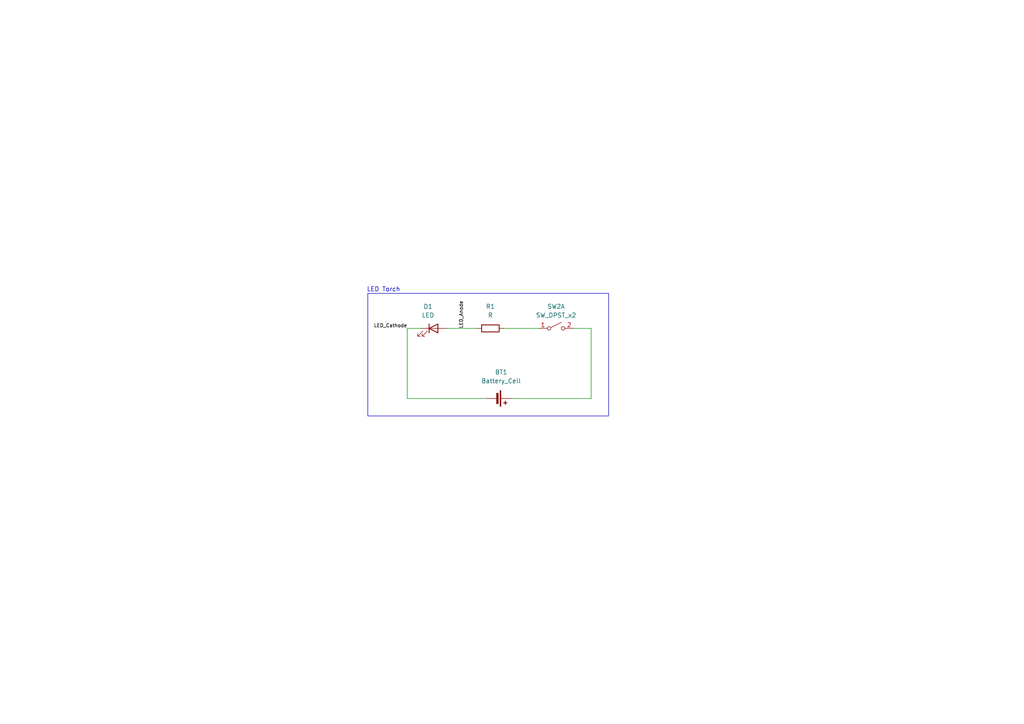
<source format=kicad_sch>
(kicad_sch
	(version 20231120)
	(generator "eeschema")
	(generator_version "8.0")
	(uuid "02f9ea2d-ce69-4009-9dcc-1389e960a6a9")
	(paper "A4")
	(title_block
		(title "LED Torch")
		(rev "1")
		(company "NS Electro")
	)
	(lib_symbols
		(symbol "Device:Battery_Cell"
			(pin_numbers hide)
			(pin_names
				(offset 0) hide)
			(exclude_from_sim no)
			(in_bom yes)
			(on_board yes)
			(property "Reference" "BT"
				(at 2.54 2.54 0)
				(effects
					(font
						(size 1.27 1.27)
					)
					(justify left)
				)
			)
			(property "Value" "Battery_Cell"
				(at 2.54 0 0)
				(effects
					(font
						(size 1.27 1.27)
					)
					(justify left)
				)
			)
			(property "Footprint" ""
				(at 0 1.524 90)
				(effects
					(font
						(size 1.27 1.27)
					)
					(hide yes)
				)
			)
			(property "Datasheet" "~"
				(at 0 1.524 90)
				(effects
					(font
						(size 1.27 1.27)
					)
					(hide yes)
				)
			)
			(property "Description" "Single-cell battery"
				(at 0 0 0)
				(effects
					(font
						(size 1.27 1.27)
					)
					(hide yes)
				)
			)
			(property "ki_keywords" "battery cell"
				(at 0 0 0)
				(effects
					(font
						(size 1.27 1.27)
					)
					(hide yes)
				)
			)
			(symbol "Battery_Cell_0_1"
				(rectangle
					(start -2.286 1.778)
					(end 2.286 1.524)
					(stroke
						(width 0)
						(type default)
					)
					(fill
						(type outline)
					)
				)
				(rectangle
					(start -1.524 1.016)
					(end 1.524 0.508)
					(stroke
						(width 0)
						(type default)
					)
					(fill
						(type outline)
					)
				)
				(polyline
					(pts
						(xy 0 0.762) (xy 0 0)
					)
					(stroke
						(width 0)
						(type default)
					)
					(fill
						(type none)
					)
				)
				(polyline
					(pts
						(xy 0 1.778) (xy 0 2.54)
					)
					(stroke
						(width 0)
						(type default)
					)
					(fill
						(type none)
					)
				)
				(polyline
					(pts
						(xy 0.762 3.048) (xy 1.778 3.048)
					)
					(stroke
						(width 0.254)
						(type default)
					)
					(fill
						(type none)
					)
				)
				(polyline
					(pts
						(xy 1.27 3.556) (xy 1.27 2.54)
					)
					(stroke
						(width 0.254)
						(type default)
					)
					(fill
						(type none)
					)
				)
			)
			(symbol "Battery_Cell_1_1"
				(pin passive line
					(at 0 5.08 270)
					(length 2.54)
					(name "+"
						(effects
							(font
								(size 1.27 1.27)
							)
						)
					)
					(number "1"
						(effects
							(font
								(size 1.27 1.27)
							)
						)
					)
				)
				(pin passive line
					(at 0 -2.54 90)
					(length 2.54)
					(name "-"
						(effects
							(font
								(size 1.27 1.27)
							)
						)
					)
					(number "2"
						(effects
							(font
								(size 1.27 1.27)
							)
						)
					)
				)
			)
		)
		(symbol "Device:LED"
			(pin_numbers hide)
			(pin_names
				(offset 1.016) hide)
			(exclude_from_sim no)
			(in_bom yes)
			(on_board yes)
			(property "Reference" "D"
				(at 0 2.54 0)
				(effects
					(font
						(size 1.27 1.27)
					)
				)
			)
			(property "Value" "LED"
				(at 0 -2.54 0)
				(effects
					(font
						(size 1.27 1.27)
					)
				)
			)
			(property "Footprint" ""
				(at 0 0 0)
				(effects
					(font
						(size 1.27 1.27)
					)
					(hide yes)
				)
			)
			(property "Datasheet" "~"
				(at 0 0 0)
				(effects
					(font
						(size 1.27 1.27)
					)
					(hide yes)
				)
			)
			(property "Description" "Light emitting diode"
				(at 0 0 0)
				(effects
					(font
						(size 1.27 1.27)
					)
					(hide yes)
				)
			)
			(property "ki_keywords" "LED diode"
				(at 0 0 0)
				(effects
					(font
						(size 1.27 1.27)
					)
					(hide yes)
				)
			)
			(property "ki_fp_filters" "LED* LED_SMD:* LED_THT:*"
				(at 0 0 0)
				(effects
					(font
						(size 1.27 1.27)
					)
					(hide yes)
				)
			)
			(symbol "LED_0_1"
				(polyline
					(pts
						(xy -1.27 -1.27) (xy -1.27 1.27)
					)
					(stroke
						(width 0.254)
						(type default)
					)
					(fill
						(type none)
					)
				)
				(polyline
					(pts
						(xy -1.27 0) (xy 1.27 0)
					)
					(stroke
						(width 0)
						(type default)
					)
					(fill
						(type none)
					)
				)
				(polyline
					(pts
						(xy 1.27 -1.27) (xy 1.27 1.27) (xy -1.27 0) (xy 1.27 -1.27)
					)
					(stroke
						(width 0.254)
						(type default)
					)
					(fill
						(type none)
					)
				)
				(polyline
					(pts
						(xy -3.048 -0.762) (xy -4.572 -2.286) (xy -3.81 -2.286) (xy -4.572 -2.286) (xy -4.572 -1.524)
					)
					(stroke
						(width 0)
						(type default)
					)
					(fill
						(type none)
					)
				)
				(polyline
					(pts
						(xy -1.778 -0.762) (xy -3.302 -2.286) (xy -2.54 -2.286) (xy -3.302 -2.286) (xy -3.302 -1.524)
					)
					(stroke
						(width 0)
						(type default)
					)
					(fill
						(type none)
					)
				)
			)
			(symbol "LED_1_1"
				(pin passive line
					(at -3.81 0 0)
					(length 2.54)
					(name "K"
						(effects
							(font
								(size 1.27 1.27)
							)
						)
					)
					(number "1"
						(effects
							(font
								(size 1.27 1.27)
							)
						)
					)
				)
				(pin passive line
					(at 3.81 0 180)
					(length 2.54)
					(name "A"
						(effects
							(font
								(size 1.27 1.27)
							)
						)
					)
					(number "2"
						(effects
							(font
								(size 1.27 1.27)
							)
						)
					)
				)
			)
		)
		(symbol "Device:R"
			(pin_numbers hide)
			(pin_names
				(offset 0)
			)
			(exclude_from_sim no)
			(in_bom yes)
			(on_board yes)
			(property "Reference" "R"
				(at 2.032 0 90)
				(effects
					(font
						(size 1.27 1.27)
					)
				)
			)
			(property "Value" "R"
				(at 0 0 90)
				(effects
					(font
						(size 1.27 1.27)
					)
				)
			)
			(property "Footprint" ""
				(at -1.778 0 90)
				(effects
					(font
						(size 1.27 1.27)
					)
					(hide yes)
				)
			)
			(property "Datasheet" "~"
				(at 0 0 0)
				(effects
					(font
						(size 1.27 1.27)
					)
					(hide yes)
				)
			)
			(property "Description" "Resistor"
				(at 0 0 0)
				(effects
					(font
						(size 1.27 1.27)
					)
					(hide yes)
				)
			)
			(property "ki_keywords" "R res resistor"
				(at 0 0 0)
				(effects
					(font
						(size 1.27 1.27)
					)
					(hide yes)
				)
			)
			(property "ki_fp_filters" "R_*"
				(at 0 0 0)
				(effects
					(font
						(size 1.27 1.27)
					)
					(hide yes)
				)
			)
			(symbol "R_0_1"
				(rectangle
					(start -1.016 -2.54)
					(end 1.016 2.54)
					(stroke
						(width 0.254)
						(type default)
					)
					(fill
						(type none)
					)
				)
			)
			(symbol "R_1_1"
				(pin passive line
					(at 0 3.81 270)
					(length 1.27)
					(name "~"
						(effects
							(font
								(size 1.27 1.27)
							)
						)
					)
					(number "1"
						(effects
							(font
								(size 1.27 1.27)
							)
						)
					)
				)
				(pin passive line
					(at 0 -3.81 90)
					(length 1.27)
					(name "~"
						(effects
							(font
								(size 1.27 1.27)
							)
						)
					)
					(number "2"
						(effects
							(font
								(size 1.27 1.27)
							)
						)
					)
				)
			)
		)
		(symbol "Switch:SW_DPST_x2"
			(pin_names
				(offset 0) hide)
			(exclude_from_sim no)
			(in_bom yes)
			(on_board yes)
			(property "Reference" "SW"
				(at 0 3.175 0)
				(effects
					(font
						(size 1.27 1.27)
					)
				)
			)
			(property "Value" "SW_DPST_x2"
				(at 0 -2.54 0)
				(effects
					(font
						(size 1.27 1.27)
					)
				)
			)
			(property "Footprint" ""
				(at 0 0 0)
				(effects
					(font
						(size 1.27 1.27)
					)
					(hide yes)
				)
			)
			(property "Datasheet" "~"
				(at 0 0 0)
				(effects
					(font
						(size 1.27 1.27)
					)
					(hide yes)
				)
			)
			(property "Description" "Single Pole Single Throw (SPST) switch, separate symbol"
				(at 0 0 0)
				(effects
					(font
						(size 1.27 1.27)
					)
					(hide yes)
				)
			)
			(property "ki_keywords" "switch lever"
				(at 0 0 0)
				(effects
					(font
						(size 1.27 1.27)
					)
					(hide yes)
				)
			)
			(symbol "SW_DPST_x2_0_0"
				(circle
					(center -2.032 0)
					(radius 0.508)
					(stroke
						(width 0)
						(type default)
					)
					(fill
						(type none)
					)
				)
				(polyline
					(pts
						(xy -1.524 0.254) (xy 1.524 1.778)
					)
					(stroke
						(width 0)
						(type default)
					)
					(fill
						(type none)
					)
				)
				(circle
					(center 2.032 0)
					(radius 0.508)
					(stroke
						(width 0)
						(type default)
					)
					(fill
						(type none)
					)
				)
			)
			(symbol "SW_DPST_x2_1_1"
				(pin passive line
					(at -5.08 0 0)
					(length 2.54)
					(name "A"
						(effects
							(font
								(size 1.27 1.27)
							)
						)
					)
					(number "1"
						(effects
							(font
								(size 1.27 1.27)
							)
						)
					)
				)
				(pin passive line
					(at 5.08 0 180)
					(length 2.54)
					(name "B"
						(effects
							(font
								(size 1.27 1.27)
							)
						)
					)
					(number "2"
						(effects
							(font
								(size 1.27 1.27)
							)
						)
					)
				)
			)
			(symbol "SW_DPST_x2_2_1"
				(pin passive line
					(at -5.08 0 0)
					(length 2.54)
					(name "A"
						(effects
							(font
								(size 1.27 1.27)
							)
						)
					)
					(number "3"
						(effects
							(font
								(size 1.27 1.27)
							)
						)
					)
				)
				(pin passive line
					(at 5.08 0 180)
					(length 2.54)
					(name "B"
						(effects
							(font
								(size 1.27 1.27)
							)
						)
					)
					(number "4"
						(effects
							(font
								(size 1.27 1.27)
							)
						)
					)
				)
			)
		)
	)
	(wire
		(pts
			(xy 118.11 95.25) (xy 121.92 95.25)
		)
		(stroke
			(width 0)
			(type default)
		)
		(uuid "609882bc-52d9-49fa-ac27-7bd2ae17db2c")
	)
	(wire
		(pts
			(xy 118.11 95.25) (xy 118.11 115.57)
		)
		(stroke
			(width 0)
			(type default)
		)
		(uuid "6cce9c38-c19f-40cf-9179-a29de4f5f6da")
	)
	(wire
		(pts
			(xy 146.05 95.25) (xy 156.21 95.25)
		)
		(stroke
			(width 0)
			(type default)
		)
		(uuid "7207b95f-2a01-4a18-96af-c0deddd380c9")
	)
	(wire
		(pts
			(xy 171.45 115.57) (xy 171.45 95.25)
		)
		(stroke
			(width 0)
			(type default)
		)
		(uuid "b3ca36cd-0113-42ab-b1ea-637e26b5af68")
	)
	(wire
		(pts
			(xy 118.11 115.57) (xy 140.97 115.57)
		)
		(stroke
			(width 0)
			(type default)
		)
		(uuid "b4778b03-0024-40cd-aa49-7421ed64aa02")
	)
	(wire
		(pts
			(xy 129.54 95.25) (xy 138.43 95.25)
		)
		(stroke
			(width 0)
			(type default)
		)
		(uuid "e8c2ef0d-2eb1-4ccf-8727-cd9f78e136d2")
	)
	(wire
		(pts
			(xy 171.45 95.25) (xy 166.37 95.25)
		)
		(stroke
			(width 0)
			(type default)
		)
		(uuid "f0e8532f-d3a0-4634-9bbd-4ebc535f12fb")
	)
	(wire
		(pts
			(xy 148.59 115.57) (xy 171.45 115.57)
		)
		(stroke
			(width 0)
			(type default)
		)
		(uuid "fbeb9c77-6e27-47e1-8e5c-7223be3fba14")
	)
	(rectangle
		(start 106.68 85.09)
		(end 176.53 120.65)
		(stroke
			(width 0)
			(type default)
		)
		(fill
			(type none)
		)
		(uuid 3f4c1cc6-da1b-4b02-a202-a1c9b08a54ef)
	)
	(text "LED Torch\n"
		(exclude_from_sim no)
		(at 111.252 84.074 0)
		(effects
			(font
				(size 1.27 1.27)
			)
		)
		(uuid "e3dbeedd-7c3f-4ba9-9206-2badd13e2fd6")
	)
	(label "LED_Cathode"
		(at 118.11 95.25 180)
		(fields_autoplaced yes)
		(effects
			(font
				(size 1 1)
			)
			(justify right bottom)
		)
		(uuid "2af2cd29-75f2-4630-b322-2a17bb81466c")
	)
	(label "LED_Anode"
		(at 134.62 95.25 90)
		(fields_autoplaced yes)
		(effects
			(font
				(size 1 1)
			)
			(justify left bottom)
		)
		(uuid "78a6fc7b-89f9-4d21-8503-3966fa623831")
	)
	(symbol
		(lib_id "Device:LED")
		(at 125.73 95.25 0)
		(unit 1)
		(exclude_from_sim no)
		(in_bom yes)
		(on_board yes)
		(dnp no)
		(uuid "0d939b79-c721-4a1e-866d-81b21722e63a")
		(property "Reference" "D1"
			(at 124.1425 88.9 0)
			(effects
				(font
					(size 1.27 1.27)
				)
			)
		)
		(property "Value" "LED"
			(at 124.1425 91.44 0)
			(effects
				(font
					(size 1.27 1.27)
				)
			)
		)
		(property "Footprint" "LED_THT:LED_D5.0mm"
			(at 126.492 99.06 0)
			(effects
				(font
					(size 1 1)
				)
				(hide yes)
			)
		)
		(property "Datasheet" "~"
			(at 125.73 95.25 0)
			(effects
				(font
					(size 1.27 1.27)
				)
				(hide yes)
			)
		)
		(property "Description" "Light emitting diode"
			(at 125.73 95.25 0)
			(effects
				(font
					(size 1.27 1.27)
				)
				(hide yes)
			)
		)
		(pin "1"
			(uuid "b7dc1221-f8d7-4426-b1e2-88e9bd171f3c")
		)
		(pin "2"
			(uuid "ae7e85e8-ee08-414a-b8ad-955831774337")
		)
		(instances
			(project ""
				(path "/02f9ea2d-ce69-4009-9dcc-1389e960a6a9"
					(reference "D1")
					(unit 1)
				)
			)
		)
	)
	(symbol
		(lib_id "Switch:SW_DPST_x2")
		(at 161.29 95.25 0)
		(unit 1)
		(exclude_from_sim no)
		(in_bom yes)
		(on_board yes)
		(dnp no)
		(fields_autoplaced yes)
		(uuid "6d900f36-625c-40dc-b71f-693d258cbefd")
		(property "Reference" "SW2"
			(at 161.29 88.9 0)
			(effects
				(font
					(size 1.27 1.27)
				)
			)
		)
		(property "Value" "SW_DPST_x2"
			(at 161.29 91.44 0)
			(effects
				(font
					(size 1.27 1.27)
				)
			)
		)
		(property "Footprint" ""
			(at 161.29 95.25 0)
			(effects
				(font
					(size 1.27 1.27)
				)
				(hide yes)
			)
		)
		(property "Datasheet" "~"
			(at 161.29 95.25 0)
			(effects
				(font
					(size 1.27 1.27)
				)
				(hide yes)
			)
		)
		(property "Description" "Single Pole Single Throw (SPST) switch, separate symbol"
			(at 161.29 95.25 0)
			(effects
				(font
					(size 1.27 1.27)
				)
				(hide yes)
			)
		)
		(pin "4"
			(uuid "0d2fe175-2a50-4d5d-962a-663f4b900962")
		)
		(pin "3"
			(uuid "4023c256-fdcf-4e90-ae10-11c646ae6c4a")
		)
		(pin "1"
			(uuid "e56f39a2-b872-4da7-8af8-a500a53b0371")
		)
		(pin "2"
			(uuid "b0d0b86b-497b-413a-a6ce-01e4a8a04cc4")
		)
		(instances
			(project ""
				(path "/02f9ea2d-ce69-4009-9dcc-1389e960a6a9"
					(reference "SW2")
					(unit 1)
				)
			)
		)
	)
	(symbol
		(lib_id "Device:Battery_Cell")
		(at 143.51 115.57 270)
		(unit 1)
		(exclude_from_sim no)
		(in_bom yes)
		(on_board yes)
		(dnp no)
		(uuid "7f0b55f0-f0e6-46a5-accb-25abf3497771")
		(property "Reference" "BT1"
			(at 145.3515 107.95 90)
			(effects
				(font
					(size 1.27 1.27)
				)
			)
		)
		(property "Value" "Battery_Cell"
			(at 145.3515 110.49 90)
			(effects
				(font
					(size 1.27 1.27)
				)
			)
		)
		(property "Footprint" "Battery:BatteryHolder_Keystone_1058_1x2032"
			(at 144.272 119.126 90)
			(effects
				(font
					(size 1 1)
				)
				(hide yes)
			)
		)
		(property "Datasheet" "~"
			(at 145.034 115.57 90)
			(effects
				(font
					(size 1.27 1.27)
				)
				(hide yes)
			)
		)
		(property "Description" "Single-cell battery"
			(at 143.51 115.57 0)
			(effects
				(font
					(size 1.27 1.27)
				)
				(hide yes)
			)
		)
		(pin "2"
			(uuid "7b972749-dc40-495e-931a-541a1ec24536")
		)
		(pin "1"
			(uuid "5a266f3e-5e49-4c3f-a32e-f1d6db578aab")
		)
		(instances
			(project ""
				(path "/02f9ea2d-ce69-4009-9dcc-1389e960a6a9"
					(reference "BT1")
					(unit 1)
				)
			)
		)
	)
	(symbol
		(lib_id "Device:R")
		(at 142.24 95.25 90)
		(unit 1)
		(exclude_from_sim no)
		(in_bom yes)
		(on_board yes)
		(dnp no)
		(uuid "cd80e06b-af0a-457f-a323-ac2d4dfb1314")
		(property "Reference" "R1"
			(at 142.24 88.9 90)
			(effects
				(font
					(size 1.27 1.27)
				)
			)
		)
		(property "Value" "R"
			(at 142.24 91.44 90)
			(effects
				(font
					(size 1.27 1.27)
				)
			)
		)
		(property "Footprint" "Resistor_THT:R_Axial_DIN0204_L3.6mm_D1.6mm_P7.62mm_Horizontal"
			(at 144.78 103.378 90)
			(effects
				(font
					(size 1 1)
				)
				(hide yes)
			)
		)
		(property "Datasheet" "~"
			(at 142.24 95.25 0)
			(effects
				(font
					(size 1.27 1.27)
				)
				(hide yes)
			)
		)
		(property "Description" "Resistor"
			(at 142.24 95.25 0)
			(effects
				(font
					(size 1.27 1.27)
				)
				(hide yes)
			)
		)
		(pin "1"
			(uuid "efc5f72b-a506-4aa3-885b-97673fd3c8b5")
		)
		(pin "2"
			(uuid "5e34571c-7782-4fe9-a86f-23043c7e32c2")
		)
		(instances
			(project ""
				(path "/02f9ea2d-ce69-4009-9dcc-1389e960a6a9"
					(reference "R1")
					(unit 1)
				)
			)
		)
	)
	(sheet_instances
		(path "/"
			(page "1")
		)
	)
)

</source>
